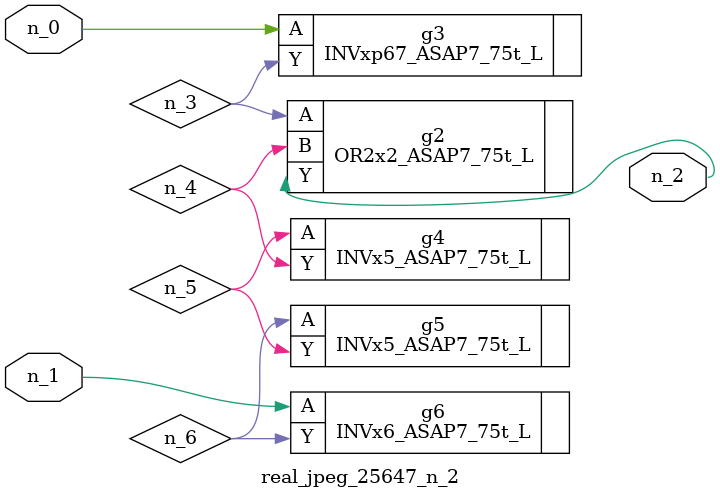
<source format=v>
module real_jpeg_25647_n_2 (n_1, n_0, n_2);

input n_1;
input n_0;

output n_2;

wire n_5;
wire n_4;
wire n_6;
wire n_3;

INVxp67_ASAP7_75t_L g3 ( 
.A(n_0),
.Y(n_3)
);

INVx6_ASAP7_75t_L g6 ( 
.A(n_1),
.Y(n_6)
);

OR2x2_ASAP7_75t_L g2 ( 
.A(n_3),
.B(n_4),
.Y(n_2)
);

INVx5_ASAP7_75t_L g4 ( 
.A(n_5),
.Y(n_4)
);

INVx5_ASAP7_75t_L g5 ( 
.A(n_6),
.Y(n_5)
);


endmodule
</source>
